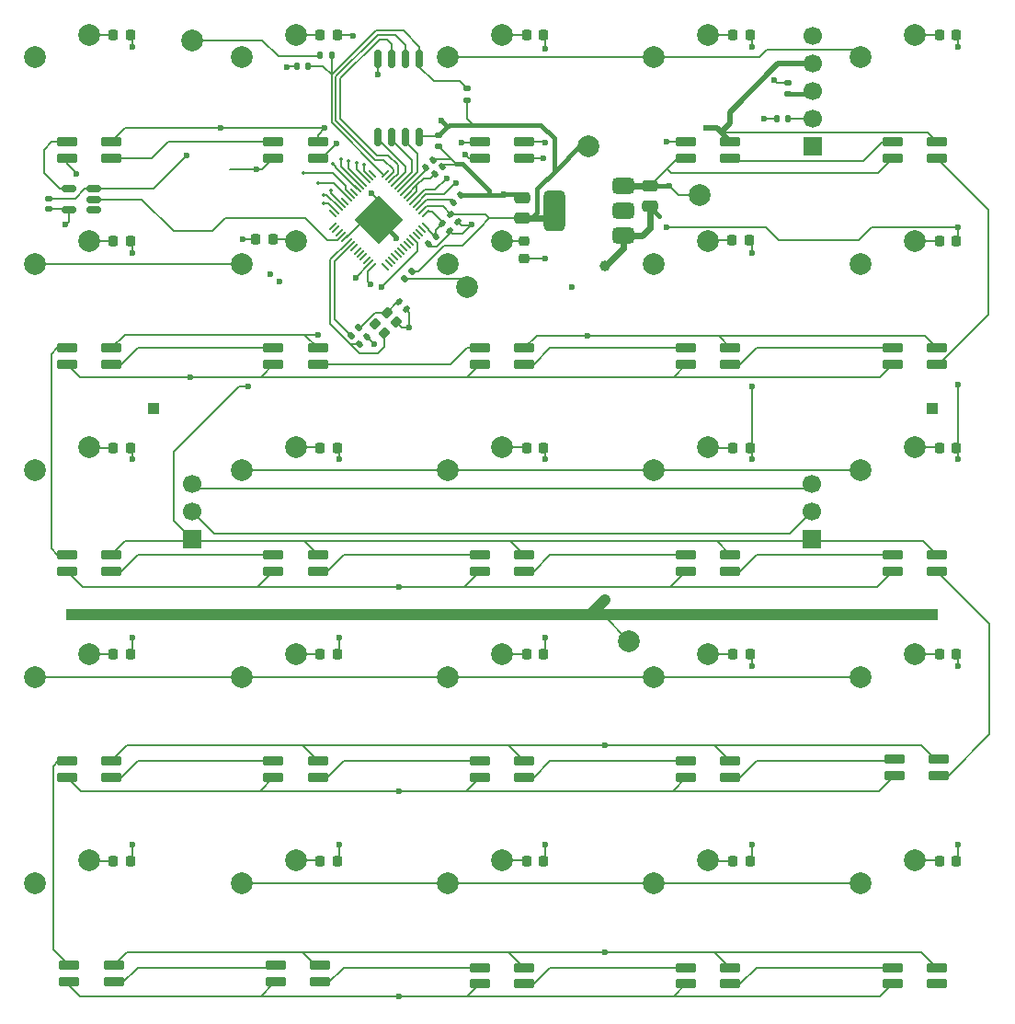
<source format=gbr>
%TF.GenerationSoftware,KiCad,Pcbnew,9.0.2*%
%TF.CreationDate,2026-01-27T21:16:03+01:00*%
%TF.ProjectId,Keymodule,4b65796d-6f64-4756-9c65-2e6b69636164,rev?*%
%TF.SameCoordinates,Original*%
%TF.FileFunction,Copper,L1,Top*%
%TF.FilePolarity,Positive*%
%FSLAX46Y46*%
G04 Gerber Fmt 4.6, Leading zero omitted, Abs format (unit mm)*
G04 Created by KiCad (PCBNEW 9.0.2) date 2026-01-27 21:16:03*
%MOMM*%
%LPD*%
G01*
G04 APERTURE LIST*
G04 Aperture macros list*
%AMRoundRect*
0 Rectangle with rounded corners*
0 $1 Rounding radius*
0 $2 $3 $4 $5 $6 $7 $8 $9 X,Y pos of 4 corners*
0 Add a 4 corners polygon primitive as box body*
4,1,4,$2,$3,$4,$5,$6,$7,$8,$9,$2,$3,0*
0 Add four circle primitives for the rounded corners*
1,1,$1+$1,$2,$3*
1,1,$1+$1,$4,$5*
1,1,$1+$1,$6,$7*
1,1,$1+$1,$8,$9*
0 Add four rect primitives between the rounded corners*
20,1,$1+$1,$2,$3,$4,$5,0*
20,1,$1+$1,$4,$5,$6,$7,0*
20,1,$1+$1,$6,$7,$8,$9,0*
20,1,$1+$1,$8,$9,$2,$3,0*%
%AMRotRect*
0 Rectangle, with rotation*
0 The origin of the aperture is its center*
0 $1 length*
0 $2 width*
0 $3 Rotation angle, in degrees counterclockwise*
0 Add horizontal line*
21,1,$1,$2,0,0,$3*%
G04 Aperture macros list end*
%TA.AperFunction,SMDPad,CuDef*%
%ADD10C,2.000000*%
%TD*%
%TA.AperFunction,SMDPad,CuDef*%
%ADD11RoundRect,0.135000X-0.185000X0.135000X-0.185000X-0.135000X0.185000X-0.135000X0.185000X0.135000X0*%
%TD*%
%TA.AperFunction,SMDPad,CuDef*%
%ADD12RoundRect,0.218750X-0.218750X-0.256250X0.218750X-0.256250X0.218750X0.256250X-0.218750X0.256250X0*%
%TD*%
%TA.AperFunction,SMDPad,CuDef*%
%ADD13RoundRect,0.123000X-0.777000X-0.287000X0.777000X-0.287000X0.777000X0.287000X-0.777000X0.287000X0*%
%TD*%
%TA.AperFunction,SMDPad,CuDef*%
%ADD14RoundRect,0.150000X0.512500X0.150000X-0.512500X0.150000X-0.512500X-0.150000X0.512500X-0.150000X0*%
%TD*%
%TA.AperFunction,SMDPad,CuDef*%
%ADD15RoundRect,0.140000X0.219203X0.021213X0.021213X0.219203X-0.219203X-0.021213X-0.021213X-0.219203X0*%
%TD*%
%TA.AperFunction,ComponentPad*%
%ADD16R,1.700000X1.700000*%
%TD*%
%TA.AperFunction,ComponentPad*%
%ADD17C,1.700000*%
%TD*%
%TA.AperFunction,ComponentPad*%
%ADD18R,1.000000X1.000000*%
%TD*%
%TA.AperFunction,SMDPad,CuDef*%
%ADD19RoundRect,0.050000X-0.309359X0.238649X0.238649X-0.309359X0.309359X-0.238649X-0.238649X0.309359X0*%
%TD*%
%TA.AperFunction,SMDPad,CuDef*%
%ADD20RoundRect,0.050000X-0.309359X-0.238649X-0.238649X-0.309359X0.309359X0.238649X0.238649X0.309359X0*%
%TD*%
%TA.AperFunction,HeatsinkPad*%
%ADD21RotRect,3.200000X3.200000X315.000000*%
%TD*%
%TA.AperFunction,SMDPad,CuDef*%
%ADD22RoundRect,0.140000X0.021213X-0.219203X0.219203X-0.021213X-0.021213X0.219203X-0.219203X0.021213X0*%
%TD*%
%TA.AperFunction,SMDPad,CuDef*%
%ADD23RoundRect,0.375000X0.625000X0.375000X-0.625000X0.375000X-0.625000X-0.375000X0.625000X-0.375000X0*%
%TD*%
%TA.AperFunction,SMDPad,CuDef*%
%ADD24RoundRect,0.500000X0.500000X1.400000X-0.500000X1.400000X-0.500000X-1.400000X0.500000X-1.400000X0*%
%TD*%
%TA.AperFunction,SMDPad,CuDef*%
%ADD25RoundRect,0.218750X-0.256250X0.218750X-0.256250X-0.218750X0.256250X-0.218750X0.256250X0.218750X0*%
%TD*%
%TA.AperFunction,SMDPad,CuDef*%
%ADD26RoundRect,0.140000X-0.021213X0.219203X-0.219203X0.021213X0.021213X-0.219203X0.219203X-0.021213X0*%
%TD*%
%TA.AperFunction,SMDPad,CuDef*%
%ADD27RoundRect,0.162500X-0.162500X0.650000X-0.162500X-0.650000X0.162500X-0.650000X0.162500X0.650000X0*%
%TD*%
%TA.AperFunction,SMDPad,CuDef*%
%ADD28RoundRect,0.135000X0.135000X0.185000X-0.135000X0.185000X-0.135000X-0.185000X0.135000X-0.185000X0*%
%TD*%
%TA.AperFunction,SMDPad,CuDef*%
%ADD29RoundRect,0.140000X0.170000X-0.140000X0.170000X0.140000X-0.170000X0.140000X-0.170000X-0.140000X0*%
%TD*%
%TA.AperFunction,SMDPad,CuDef*%
%ADD30RoundRect,0.140000X-0.219203X-0.021213X-0.021213X-0.219203X0.219203X0.021213X0.021213X0.219203X0*%
%TD*%
%TA.AperFunction,SMDPad,CuDef*%
%ADD31RoundRect,0.218750X0.218750X0.256250X-0.218750X0.256250X-0.218750X-0.256250X0.218750X-0.256250X0*%
%TD*%
%TA.AperFunction,SMDPad,CuDef*%
%ADD32RoundRect,0.135000X-0.135000X-0.185000X0.135000X-0.185000X0.135000X0.185000X-0.135000X0.185000X0*%
%TD*%
%TA.AperFunction,SMDPad,CuDef*%
%ADD33RoundRect,0.250000X0.475000X-0.250000X0.475000X0.250000X-0.475000X0.250000X-0.475000X-0.250000X0*%
%TD*%
%TA.AperFunction,SMDPad,CuDef*%
%ADD34RoundRect,0.135000X0.035355X-0.226274X0.226274X-0.035355X-0.035355X0.226274X-0.226274X0.035355X0*%
%TD*%
%TA.AperFunction,SMDPad,CuDef*%
%ADD35RoundRect,0.200000X-0.035355X-0.318198X0.318198X0.035355X0.035355X0.318198X-0.318198X-0.035355X0*%
%TD*%
%TA.AperFunction,SMDPad,CuDef*%
%ADD36RoundRect,0.250000X-0.475000X0.250000X-0.475000X-0.250000X0.475000X-0.250000X0.475000X0.250000X0*%
%TD*%
%TA.AperFunction,ComponentPad*%
%ADD37C,2.000000*%
%TD*%
%TA.AperFunction,ViaPad*%
%ADD38C,0.600000*%
%TD*%
%TA.AperFunction,ViaPad*%
%ADD39C,1.000000*%
%TD*%
%TA.AperFunction,ViaPad*%
%ADD40C,0.350000*%
%TD*%
%TA.AperFunction,Conductor*%
%ADD41C,0.200000*%
%TD*%
%TA.AperFunction,Conductor*%
%ADD42C,0.400000*%
%TD*%
%TA.AperFunction,Conductor*%
%ADD43C,0.600000*%
%TD*%
%TA.AperFunction,Conductor*%
%ADD44C,1.000000*%
%TD*%
%TA.AperFunction,Conductor*%
%ADD45C,0.500000*%
%TD*%
G04 APERTURE END LIST*
D10*
%TO.P,BOOT,1,1*%
%TO.N,Net-(R2-Pad1)*%
X71500000Y-56638892D03*
%TD*%
D11*
%TO.P,DN,2*%
%TO.N,+3.3V*%
X96800000Y-62100000D03*
%TO.P,DN,1*%
%TO.N,Net-(U1-QSPI_SS)*%
X96800000Y-61080000D03*
%TD*%
D12*
%TO.P,D16,1,K*%
%TO.N,Net-(D16-K)*%
X102262500Y-113120000D03*
%TO.P,D16,2,A*%
%TO.N,row2*%
X103837500Y-113120000D03*
%TD*%
D13*
%TO.P,L3,1,VDD*%
%TO.N,GND*%
X102040000Y-65950000D03*
%TO.P,L3,2,DOUT*%
%TO.N,Net-(L3-DOUT)*%
X102040000Y-67450000D03*
%TO.P,L3,3,VSS*%
%TO.N,+5V*%
X97960000Y-67450000D03*
%TO.P,L3,4,DIN*%
%TO.N,Net-(L2-DOUT)*%
X97960000Y-65950000D03*
%TD*%
D12*
%TO.P,D17,1,K*%
%TO.N,Net-(D17-K)*%
X102262500Y-132120000D03*
%TO.P,D17,2,A*%
%TO.N,row2*%
X103837500Y-132120000D03*
%TD*%
D14*
%TO.P,U2,1,NC*%
%TO.N,unconnected-(U2-NC-Pad1)*%
X62375000Y-72200000D03*
%TO.P,U2,2,A*%
%TO.N,/ledDataOut*%
X62375000Y-71250000D03*
%TO.P,U2,3,GND*%
%TO.N,GND*%
X62375000Y-70300000D03*
%TO.P,U2,4,Y*%
%TO.N,WS2812bData*%
X60100000Y-70300000D03*
%TO.P,U2,5,VCC*%
%TO.N,+5V*%
X60100000Y-72200000D03*
%TD*%
D15*
%TO.P,C13,1*%
%TO.N,GND*%
X91165757Y-81393827D03*
%TO.P,C13,2*%
%TO.N,Net-(Y1-OUT)*%
X90486935Y-80715005D03*
%TD*%
D12*
%TO.P,D21,1,K*%
%TO.N,Net-(D21-K)*%
X83262500Y-113120000D03*
%TO.P,D21,2,A*%
%TO.N,row3*%
X84837500Y-113120000D03*
%TD*%
D13*
%TO.P,L11,1,VDD*%
%TO.N,GND*%
X64040000Y-103950000D03*
%TO.P,L11,2,DOUT*%
%TO.N,Net-(L11-DOUT)*%
X64040000Y-105450000D03*
%TO.P,L11,3,VSS*%
%TO.N,+5V*%
X59960000Y-105450000D03*
%TO.P,L11,4,DIN*%
%TO.N,Net-(L11-DIN)*%
X59960000Y-103950000D03*
%TD*%
D16*
%TO.P,J3,1,Pin_1*%
%TO.N,potSig*%
X71500000Y-102560000D03*
D17*
%TO.P,J3,2,Pin_2*%
%TO.N,SDA*%
X71500000Y-100020000D03*
%TO.P,J3,3,Pin_3*%
%TO.N,SCL*%
X71500000Y-97480000D03*
%TD*%
D18*
%TO.P,GND,1,Pin_1*%
%TO.N,GND*%
X139600000Y-109500000D03*
%TD*%
D19*
%TO.P,U1,1,IOVDD*%
%TO.N,Net-(U1-ADC_AVDD)*%
X88087169Y-68885787D03*
%TO.P,U1,2,GPIO0*%
%TO.N,col0*%
X87804326Y-69168630D03*
%TO.P,U1,3,GPIO1*%
%TO.N,col1*%
X87521484Y-69451472D03*
%TO.P,U1,4,GPIO2*%
%TO.N,col2*%
X87238641Y-69734315D03*
%TO.P,U1,5,GPIO3*%
%TO.N,col3*%
X86955798Y-70017158D03*
%TO.P,U1,6,GPIO4*%
%TO.N,col4*%
X86672956Y-70300000D03*
%TO.P,U1,7,GPIO5*%
%TO.N,unconnected-(U1-GPIO5-Pad7)*%
X86390113Y-70582843D03*
%TO.P,U1,8,GPIO6*%
%TO.N,row4*%
X86107270Y-70865686D03*
%TO.P,U1,9,GPIO7*%
%TO.N,row3*%
X85824427Y-71148529D03*
%TO.P,U1,10,IOVDD*%
%TO.N,Net-(U1-ADC_AVDD)*%
X85541585Y-71431371D03*
%TO.P,U1,11,GPIO8*%
%TO.N,row2*%
X85258742Y-71714214D03*
%TO.P,U1,12,GPIO9*%
%TO.N,row1*%
X84975899Y-71997057D03*
%TO.P,U1,13,GPIO10*%
%TO.N,row0*%
X84693057Y-72279899D03*
%TO.P,U1,14,GPIO11*%
%TO.N,unconnected-(U1-GPIO11-Pad14)*%
X84410214Y-72562742D03*
D20*
%TO.P,U1,15,GPIO12*%
%TO.N,unconnected-(U1-GPIO12-Pad15)*%
X84410214Y-73747146D03*
%TO.P,U1,16,GPIO13*%
%TO.N,unconnected-(U1-GPIO13-Pad16)*%
X84693057Y-74029989D03*
%TO.P,U1,17,GPIO14*%
%TO.N,unconnected-(U1-GPIO14-Pad17)*%
X84975899Y-74312831D03*
%TO.P,U1,18,GPIO15*%
%TO.N,/ledDataOut*%
X85258742Y-74595674D03*
%TO.P,U1,19,TESTEN*%
%TO.N,GND*%
X85541585Y-74878517D03*
%TO.P,U1,20,XIN*%
%TO.N,Xin*%
X85824427Y-75161359D03*
%TO.P,U1,21,XOUT*%
%TO.N,Xout*%
X86107270Y-75444202D03*
%TO.P,U1,22,IOVDD*%
%TO.N,Net-(U1-ADC_AVDD)*%
X86390113Y-75727045D03*
%TO.P,U1,23,DVDD*%
%TO.N,+1V1*%
X86672956Y-76009888D03*
%TO.P,U1,24,SWCLK*%
%TO.N,unconnected-(U1-SWCLK-Pad24)*%
X86955798Y-76292730D03*
%TO.P,U1,25,SWD*%
%TO.N,unconnected-(U1-SWD-Pad25)*%
X87238641Y-76575573D03*
%TO.P,U1,26,RUN*%
%TO.N,/run*%
X87521484Y-76858416D03*
%TO.P,U1,27,GPIO16*%
%TO.N,SDA*%
X87804326Y-77141258D03*
%TO.P,U1,28,GPIO17*%
%TO.N,SCL*%
X88087169Y-77424101D03*
D19*
%TO.P,U1,29,GPIO18*%
%TO.N,unconnected-(U1-GPIO18-Pad29)*%
X89271573Y-77424101D03*
%TO.P,U1,30,GPIO19*%
%TO.N,unconnected-(U1-GPIO19-Pad30)*%
X89554416Y-77141258D03*
%TO.P,U1,31,GPIO20*%
%TO.N,unconnected-(U1-GPIO20-Pad31)*%
X89837258Y-76858416D03*
%TO.P,U1,32,GPIO21*%
%TO.N,unconnected-(U1-GPIO21-Pad32)*%
X90120101Y-76575573D03*
%TO.P,U1,33,IOVDD*%
%TO.N,Net-(U1-ADC_AVDD)*%
X90402944Y-76292730D03*
%TO.P,U1,34,GPIO22*%
%TO.N,unconnected-(U1-GPIO22-Pad34)*%
X90685786Y-76009888D03*
%TO.P,U1,35,GPIO23*%
%TO.N,unconnected-(U1-GPIO23-Pad35)*%
X90968629Y-75727045D03*
%TO.P,U1,36,GPIO24*%
%TO.N,unconnected-(U1-GPIO24-Pad36)*%
X91251472Y-75444202D03*
%TO.P,U1,37,GPIO25*%
%TO.N,potSig*%
X91534315Y-75161359D03*
%TO.P,U1,38,GPIO26_ADC0*%
X91817157Y-74878517D03*
%TO.P,U1,39,GPIO27_ADC1*%
%TO.N,unconnected-(U1-GPIO27_ADC1-Pad39)*%
X92100000Y-74595674D03*
%TO.P,U1,40,GPIO28_ADC2*%
%TO.N,unconnected-(U1-GPIO28_ADC2-Pad40)*%
X92382843Y-74312831D03*
%TO.P,U1,41,GPIO29_ADC3*%
%TO.N,unconnected-(U1-GPIO29_ADC3-Pad41)*%
X92665685Y-74029989D03*
%TO.P,U1,42,IOVDD*%
%TO.N,Net-(U1-ADC_AVDD)*%
X92948528Y-73747146D03*
D20*
%TO.P,U1,43,ADC_AVDD*%
X92948528Y-72562742D03*
%TO.P,U1,44,VREG_IN*%
%TO.N,+3.3V*%
X92665685Y-72279899D03*
%TO.P,U1,45,VREG_VOUT*%
%TO.N,+1V1*%
X92382843Y-71997057D03*
%TO.P,U1,46,USB_DM*%
%TO.N,USB_D-*%
X92100000Y-71714214D03*
%TO.P,U1,47,USB_DP*%
%TO.N,USB_D+*%
X91817157Y-71431371D03*
%TO.P,U1,48,USB_VDD*%
%TO.N,Net-(U1-ADC_AVDD)*%
X91534315Y-71148529D03*
%TO.P,U1,49,IOVDD*%
X91251472Y-70865686D03*
%TO.P,U1,50,DVDD*%
%TO.N,+1V1*%
X90968629Y-70582843D03*
%TO.P,U1,51,QSPI_SD3*%
%TO.N,Net-(U1-QSPI_SD3)*%
X90685786Y-70300000D03*
%TO.P,U1,52,QSPI_SCLK*%
%TO.N,Net-(U1-QSPI_SCLK)*%
X90402944Y-70017158D03*
%TO.P,U1,53,QSPI_SD0*%
%TO.N,Net-(U1-QSPI_SD0)*%
X90120101Y-69734315D03*
%TO.P,U1,54,QSPI_SD2*%
%TO.N,Net-(U1-QSPI_SD2)*%
X89837258Y-69451472D03*
%TO.P,U1,55,QSPI_SD1*%
%TO.N,Net-(U1-QSPI_SD1)*%
X89554416Y-69168630D03*
%TO.P,U1,56,QSPI_SS*%
%TO.N,Net-(U1-QSPI_SS)*%
X89271573Y-68885787D03*
D21*
%TO.P,U1,57,GND*%
%TO.N,GND*%
X88679371Y-73154944D03*
%TD*%
D12*
%TO.P,D26,1,K*%
%TO.N,Net-(D26-K)*%
X64212500Y-113120000D03*
%TO.P,D26,2,A*%
%TO.N,row4*%
X65787500Y-113120000D03*
%TD*%
D22*
%TO.P,C11,1*%
%TO.N,+1V1*%
X93000549Y-68302396D03*
%TO.P,C11,2*%
%TO.N,GND*%
X93679371Y-67623574D03*
%TD*%
D13*
%TO.P,L19,1,VDD*%
%TO.N,GND*%
X121040000Y-122950000D03*
%TO.P,L19,2,DOUT*%
%TO.N,Net-(L19-DOUT)*%
X121040000Y-124450000D03*
%TO.P,L19,3,VSS*%
%TO.N,+5V*%
X116960000Y-124450000D03*
%TO.P,L19,4,DIN*%
%TO.N,Net-(L18-DOUT)*%
X116960000Y-122950000D03*
%TD*%
D12*
%TO.P,D13,1,K*%
%TO.N,Net-(D13-K)*%
X102262500Y-56120000D03*
%TO.P,D13,2,A*%
%TO.N,row2*%
X103837500Y-56120000D03*
%TD*%
%TO.P,D5,1,K*%
%TO.N,Net-(D5-K)*%
X140262500Y-94120000D03*
%TO.P,D5,2,A*%
%TO.N,row0*%
X141837500Y-94120000D03*
%TD*%
%TO.P,D7,1,K*%
%TO.N,Net-(D7-K)*%
X140262500Y-132120000D03*
%TO.P,D7,2,A*%
%TO.N,row0*%
X141837500Y-132120000D03*
%TD*%
D23*
%TO.P,U3,1,GND*%
%TO.N,GND*%
X111150000Y-74600000D03*
%TO.P,U3,2,VO*%
%TO.N,+3.3V*%
X111150000Y-72300000D03*
D24*
X104850000Y-72300000D03*
D23*
%TO.P,U3,3,VI*%
%TO.N,+5V*%
X111150000Y-70000000D03*
%TD*%
D13*
%TO.P,L7,1,VDD*%
%TO.N,GND*%
X83040000Y-84950000D03*
%TO.P,L7,2,DOUT*%
%TO.N,Net-(L7-DOUT)*%
X83040000Y-86450000D03*
%TO.P,L7,3,VSS*%
%TO.N,+5V*%
X78960000Y-86450000D03*
%TO.P,L7,4,DIN*%
%TO.N,Net-(L6-DOUT)*%
X78960000Y-84950000D03*
%TD*%
%TO.P,L24,1,VDD*%
%TO.N,GND*%
X121040000Y-141950000D03*
%TO.P,L24,2,DOUT*%
%TO.N,Net-(L24-DOUT)*%
X121040000Y-143450000D03*
%TO.P,L24,3,VSS*%
%TO.N,+5V*%
X116960000Y-143450000D03*
%TO.P,L24,4,DIN*%
%TO.N,Net-(L23-DOUT)*%
X116960000Y-141950000D03*
%TD*%
D12*
%TO.P,D20,1,K*%
%TO.N,Net-(D20-K)*%
X83262500Y-94120000D03*
%TO.P,D20,2,A*%
%TO.N,row3*%
X84837500Y-94120000D03*
%TD*%
D13*
%TO.P,L14,1,VDD*%
%TO.N,GND*%
X121040000Y-103950000D03*
%TO.P,L14,2,DOUT*%
%TO.N,Net-(L14-DOUT)*%
X121040000Y-105450000D03*
%TO.P,L14,3,VSS*%
%TO.N,+5V*%
X116960000Y-105450000D03*
%TO.P,L14,4,DIN*%
%TO.N,Net-(L13-DOUT)*%
X116960000Y-103950000D03*
%TD*%
%TO.P,L20,1,VDD*%
%TO.N,GND*%
X140240000Y-122750000D03*
%TO.P,L20,2,DOUT*%
%TO.N,Net-(L15-DOUT)*%
X140240000Y-124250000D03*
%TO.P,L20,3,VSS*%
%TO.N,+5V*%
X136160000Y-124250000D03*
%TO.P,L20,4,DIN*%
%TO.N,Net-(L19-DOUT)*%
X136160000Y-122750000D03*
%TD*%
D25*
%TO.P,D14,1,K*%
%TO.N,Net-(D14-K)*%
X102000000Y-75125000D03*
%TO.P,D14,2,A*%
%TO.N,row2*%
X102000000Y-76700000D03*
%TD*%
D12*
%TO.P,D3,1,K*%
%TO.N,Net-(D3-K)*%
X140262500Y-56120000D03*
%TO.P,D3,2,A*%
%TO.N,row0*%
X141837500Y-56120000D03*
%TD*%
D13*
%TO.P,L13,1,VDD*%
%TO.N,GND*%
X102040000Y-103950000D03*
%TO.P,L13,2,DOUT*%
%TO.N,Net-(L13-DOUT)*%
X102040000Y-105450000D03*
%TO.P,L13,3,VSS*%
%TO.N,+5V*%
X97960000Y-105450000D03*
%TO.P,L13,4,DIN*%
%TO.N,Net-(L12-DOUT)*%
X97960000Y-103950000D03*
%TD*%
%TO.P,L15,1,VDD*%
%TO.N,GND*%
X140040000Y-103950000D03*
%TO.P,L15,2,DOUT*%
%TO.N,Net-(L15-DOUT)*%
X140040000Y-105450000D03*
%TO.P,L15,3,VSS*%
%TO.N,+5V*%
X135960000Y-105450000D03*
%TO.P,L15,4,DIN*%
%TO.N,Net-(L14-DOUT)*%
X135960000Y-103950000D03*
%TD*%
%TO.P,L4,1,VDD*%
%TO.N,GND*%
X121040000Y-65950000D03*
%TO.P,L4,2,DOUT*%
%TO.N,Net-(L4-DOUT)*%
X121040000Y-67450000D03*
%TO.P,L4,3,VSS*%
%TO.N,+5V*%
X116960000Y-67450000D03*
%TO.P,L4,4,DIN*%
%TO.N,Net-(L3-DOUT)*%
X116960000Y-65950000D03*
%TD*%
D26*
%TO.P,C12,1*%
%TO.N,GND*%
X96179371Y-70823574D03*
%TO.P,C12,2*%
%TO.N,+1V1*%
X95500549Y-71502396D03*
%TD*%
D13*
%TO.P,L18,1,VDD*%
%TO.N,GND*%
X102040000Y-122950000D03*
%TO.P,L18,2,DOUT*%
%TO.N,Net-(L18-DOUT)*%
X102040000Y-124450000D03*
%TO.P,L18,3,VSS*%
%TO.N,+5V*%
X97960000Y-124450000D03*
%TO.P,L18,4,DIN*%
%TO.N,Net-(L17-DOUT)*%
X97960000Y-122950000D03*
%TD*%
D12*
%TO.P,D15,1,K*%
%TO.N,Net-(D15-K)*%
X102262500Y-94120000D03*
%TO.P,D15,2,A*%
%TO.N,row2*%
X103837500Y-94120000D03*
%TD*%
D18*
%TO.P,5V,1,Pin_1*%
%TO.N,+5V*%
X139600000Y-90500000D03*
%TD*%
D13*
%TO.P,L8,1,VDD*%
%TO.N,GND*%
X102040000Y-84950000D03*
%TO.P,L8,2,DOUT*%
%TO.N,Net-(L8-DOUT)*%
X102040000Y-86450000D03*
%TO.P,L8,3,VSS*%
%TO.N,+5V*%
X97960000Y-86450000D03*
%TO.P,L8,4,DIN*%
%TO.N,Net-(L7-DOUT)*%
X97960000Y-84950000D03*
%TD*%
D18*
%TO.P,5V,1,Pin_1*%
%TO.N,+5V*%
X67900000Y-90500000D03*
%TD*%
D13*
%TO.P,L17,1,VDD*%
%TO.N,GND*%
X83040000Y-122950000D03*
%TO.P,L17,2,DOUT*%
%TO.N,Net-(L17-DOUT)*%
X83040000Y-124450000D03*
%TO.P,L17,3,VSS*%
%TO.N,+5V*%
X78960000Y-124450000D03*
%TO.P,L17,4,DIN*%
%TO.N,Net-(L16-DOUT)*%
X78960000Y-122950000D03*
%TD*%
D16*
%TO.P,REF\u002A\u002A,1*%
%TO.N,+5V*%
X128600000Y-66400000D03*
D17*
%TO.P,REF\u002A\u002A,2*%
%TO.N,Net-(J11-Pin_4)*%
X128600000Y-63860000D03*
%TO.P,REF\u002A\u002A,3*%
%TO.N,Net-(J11-Pin_3)*%
X128600000Y-61320000D03*
%TO.P,REF\u002A\u002A,4*%
%TO.N,GND*%
X128600000Y-58780000D03*
%TO.P,REF\u002A\u002A,5*%
%TO.N,N/C*%
X128600000Y-56240000D03*
%TD*%
D27*
%TO.P,U4,1,~{CS}*%
%TO.N,Net-(U1-QSPI_SS)*%
X92410304Y-58338224D03*
%TO.P,U4,2,DO/IO_{1}*%
%TO.N,Net-(U1-QSPI_SD1)*%
X91140304Y-58338224D03*
%TO.P,U4,3,~{WP}/IO_{2}*%
%TO.N,Net-(U1-QSPI_SD2)*%
X89870304Y-58338224D03*
%TO.P,U4,4,GND*%
%TO.N,GND*%
X88600304Y-58338224D03*
%TO.P,U4,5,DI/IO_{0}*%
%TO.N,Net-(U1-QSPI_SD0)*%
X88600304Y-65513224D03*
%TO.P,U4,6,CLK*%
%TO.N,Net-(U1-QSPI_SCLK)*%
X89870304Y-65513224D03*
%TO.P,U4,7,~{HOLD}/~{RESET}/IO_{3}*%
%TO.N,Net-(U1-QSPI_SD3)*%
X91140304Y-65513224D03*
%TO.P,U4,8,VCC*%
%TO.N,+3.3V*%
X92410304Y-65513224D03*
%TD*%
D28*
%TO.P,DN,1*%
%TO.N,Net-(U1-QSPI_SS)*%
X82100000Y-59000000D03*
%TO.P,DN,2*%
%TO.N,+3.3V*%
X81080000Y-59000000D03*
%TD*%
D13*
%TO.P,L22,1,VDD*%
%TO.N,GND*%
X83240000Y-141750000D03*
%TO.P,L22,2,DOUT*%
%TO.N,Net-(L22-DOUT)*%
X83240000Y-143250000D03*
%TO.P,L22,3,VSS*%
%TO.N,+5V*%
X79160000Y-143250000D03*
%TO.P,L22,4,DIN*%
%TO.N,Net-(L21-DOUT)*%
X79160000Y-141750000D03*
%TD*%
D12*
%TO.P,D22,1,K*%
%TO.N,Net-(D22-K)*%
X83262500Y-132120000D03*
%TO.P,D22,2,A*%
%TO.N,row3*%
X84837500Y-132120000D03*
%TD*%
D26*
%TO.P,C8,1*%
%TO.N,Net-(U1-ADC_AVDD)*%
X93900000Y-74700000D03*
%TO.P,C8,2*%
%TO.N,GND*%
X93221178Y-75378822D03*
%TD*%
D12*
%TO.P,D10,1,K*%
%TO.N,Net-(D10-K)*%
X121262500Y-94120000D03*
%TO.P,D10,2,A*%
%TO.N,row1*%
X122837500Y-94120000D03*
%TD*%
D11*
%TO.P,R6,1*%
%TO.N,USB_D+*%
X126300000Y-60500000D03*
%TO.P,R6,2*%
%TO.N,Net-(J11-Pin_3)*%
X126300000Y-61519998D03*
%TD*%
D10*
%TO.P,GND,1*%
%TO.N,GND*%
X111700000Y-111900000D03*
%TD*%
D12*
%TO.P,D25,1,K*%
%TO.N,Net-(D25-K)*%
X64212500Y-94120000D03*
%TO.P,D25,2,A*%
%TO.N,row4*%
X65787500Y-94120000D03*
%TD*%
D29*
%TO.P,C15,1*%
%TO.N,+5V*%
X58300000Y-72160000D03*
%TO.P,C15,2*%
%TO.N,GND*%
X58300000Y-71200000D03*
%TD*%
D12*
%TO.P,D23,1,K*%
%TO.N,Net-(D23-K)*%
X64212500Y-56120000D03*
%TO.P,D23,2,A*%
%TO.N,row4*%
X65787500Y-56120000D03*
%TD*%
D13*
%TO.P,L10,1,VDD*%
%TO.N,GND*%
X140040000Y-84950000D03*
%TO.P,L10,2,DOUT*%
%TO.N,Net-(L10-DOUT)*%
X140040000Y-86450000D03*
%TO.P,L10,3,VSS*%
%TO.N,+5V*%
X135960000Y-86450000D03*
%TO.P,L10,4,DIN*%
%TO.N,Net-(L10-DIN)*%
X135960000Y-84950000D03*
%TD*%
%TO.P,L21,1,VDD*%
%TO.N,GND*%
X64240000Y-141750000D03*
%TO.P,L21,2,DOUT*%
%TO.N,Net-(L21-DOUT)*%
X64240000Y-143250000D03*
%TO.P,L21,3,VSS*%
%TO.N,+5V*%
X60160000Y-143250000D03*
%TO.P,L21,4,DIN*%
%TO.N,Net-(L16-DIN)*%
X60160000Y-141750000D03*
%TD*%
D12*
%TO.P,D50,1,K*%
%TO.N,Net-(D50-K)*%
X64212500Y-132120000D03*
%TO.P,D50,2,A*%
%TO.N,row4*%
X65787500Y-132120000D03*
%TD*%
%TO.P,D18,1,K*%
%TO.N,Net-(D18-K)*%
X83262500Y-56120000D03*
%TO.P,D18,2,A*%
%TO.N,row3*%
X84837500Y-56120000D03*
%TD*%
D30*
%TO.P,C4,1*%
%TO.N,Net-(U1-ADC_AVDD)*%
X94500549Y-73444752D03*
%TO.P,C4,2*%
%TO.N,GND*%
X95179371Y-74123574D03*
%TD*%
D12*
%TO.P,D11,1,K*%
%TO.N,Net-(D11-K)*%
X121262500Y-113120000D03*
%TO.P,D11,2,A*%
%TO.N,row1*%
X122837500Y-113120000D03*
%TD*%
%TO.P,D4,1,K*%
%TO.N,Net-(D4-K)*%
X140262500Y-75120000D03*
%TO.P,D4,2,A*%
%TO.N,row0*%
X141837500Y-75120000D03*
%TD*%
D13*
%TO.P,L23,1,VDD*%
%TO.N,GND*%
X102040000Y-141950000D03*
%TO.P,L23,2,DOUT*%
%TO.N,Net-(L23-DOUT)*%
X102040000Y-143450000D03*
%TO.P,L23,3,VSS*%
%TO.N,+5V*%
X97960000Y-143450000D03*
%TO.P,L23,4,DIN*%
%TO.N,Net-(L22-DOUT)*%
X97960000Y-141950000D03*
%TD*%
D30*
%TO.P,C9,1*%
%TO.N,+3.3V*%
X95300549Y-72644751D03*
%TO.P,C9,2*%
%TO.N,GND*%
X95979371Y-73323573D03*
%TD*%
D31*
%TO.P,D19,1,K*%
%TO.N,Net-(D19-K)*%
X78900000Y-74900000D03*
%TO.P,D19,2,A*%
%TO.N,row3*%
X77325000Y-74900000D03*
%TD*%
D22*
%TO.P,C5,1*%
%TO.N,Net-(U1-ADC_AVDD)*%
X93800549Y-68902396D03*
%TO.P,C5,2*%
%TO.N,GND*%
X94479371Y-68223574D03*
%TD*%
D32*
%TO.P,R2,1*%
%TO.N,Net-(R2-Pad1)*%
X83280000Y-58000000D03*
%TO.P,R2,2*%
%TO.N,Net-(U1-QSPI_SS)*%
X84300000Y-58000000D03*
%TD*%
D13*
%TO.P,L9,1,VDD*%
%TO.N,GND*%
X121040000Y-84950000D03*
%TO.P,L9,2,DOUT*%
%TO.N,Net-(L10-DIN)*%
X121040000Y-86450000D03*
%TO.P,L9,3,VSS*%
%TO.N,+5V*%
X116960000Y-86450000D03*
%TO.P,L9,4,DIN*%
%TO.N,Net-(L8-DOUT)*%
X116960000Y-84950000D03*
%TD*%
D10*
%TO.P,5V,1*%
%TO.N,+5V*%
X118200000Y-70900000D03*
%TD*%
D33*
%TO.P,C1,1*%
%TO.N,GND*%
X113600000Y-71900000D03*
%TO.P,C1,2*%
%TO.N,+5V*%
X113600000Y-70000000D03*
%TD*%
D34*
%TO.P,R4,1*%
%TO.N,/run*%
X91000000Y-78600000D03*
%TO.P,R4,2*%
%TO.N,+3.3V*%
X91721248Y-77878752D03*
%TD*%
D35*
%TO.P,Y1,1,~{ST}*%
%TO.N,Xin*%
X89200000Y-83600000D03*
%TO.P,Y1,2,GND*%
%TO.N,GND*%
X90260660Y-82539340D03*
%TO.P,Y1,3,OUT*%
%TO.N,Net-(Y1-OUT)*%
X89412132Y-81690812D03*
%TO.P,Y1,4,Vdd*%
%TO.N,unconnected-(Y1-Vdd-Pad4)*%
X88351472Y-82751472D03*
%TD*%
D26*
%TO.P,C14,1*%
%TO.N,GND*%
X87545370Y-83911128D03*
%TO.P,C14,2*%
%TO.N,Xin*%
X86866548Y-84589950D03*
%TD*%
D12*
%TO.P,D6,1,K*%
%TO.N,Net-(D6-K)*%
X140262500Y-113120000D03*
%TO.P,D6,2,A*%
%TO.N,row0*%
X141837500Y-113120000D03*
%TD*%
D13*
%TO.P,L6,1,VDD*%
%TO.N,GND*%
X64040000Y-84950000D03*
%TO.P,L6,2,DOUT*%
%TO.N,Net-(L6-DOUT)*%
X64040000Y-86450000D03*
%TO.P,L6,3,VSS*%
%TO.N,+5V*%
X59960000Y-86450000D03*
%TO.P,L6,4,DIN*%
%TO.N,Net-(L11-DIN)*%
X59960000Y-84950000D03*
%TD*%
D34*
%TO.P,R5,1*%
%TO.N,Xout*%
X86088731Y-83812132D03*
%TO.P,R5,2*%
%TO.N,Net-(Y1-OUT)*%
X86809979Y-83090884D03*
%TD*%
D10*
%TO.P,3.3V,1*%
%TO.N,+3.3V*%
X108000000Y-66400000D03*
%TD*%
D13*
%TO.P,L5,1,VDD*%
%TO.N,GND*%
X140040000Y-65950000D03*
%TO.P,L5,2,DOUT*%
%TO.N,Net-(L10-DOUT)*%
X140040000Y-67450000D03*
%TO.P,L5,3,VSS*%
%TO.N,+5V*%
X135960000Y-67450000D03*
%TO.P,L5,4,DIN*%
%TO.N,Net-(L4-DOUT)*%
X135960000Y-65950000D03*
%TD*%
D29*
%TO.P,C10,1*%
%TO.N,GND*%
X94150000Y-66350000D03*
%TO.P,C10,2*%
%TO.N,+3.3V*%
X94150000Y-65390000D03*
%TD*%
D36*
%TO.P,C2,1*%
%TO.N,GND*%
X101900000Y-71100000D03*
%TO.P,C2,2*%
%TO.N,+3.3V*%
X101900000Y-73000000D03*
%TD*%
D13*
%TO.P,L2,1,VDD*%
%TO.N,GND*%
X83040000Y-65950000D03*
%TO.P,L2,2,DOUT*%
%TO.N,Net-(L2-DOUT)*%
X83040000Y-67450000D03*
%TO.P,L2,3,VSS*%
%TO.N,+5V*%
X78960000Y-67450000D03*
%TO.P,L2,4,DIN*%
%TO.N,Net-(L1-DOUT)*%
X78960000Y-65950000D03*
%TD*%
D12*
%TO.P,D12,1,K*%
%TO.N,Net-(D12-K)*%
X121262500Y-132120000D03*
%TO.P,D12,2,A*%
%TO.N,row1*%
X122837500Y-132120000D03*
%TD*%
%TO.P,D9,1,K*%
%TO.N,Net-(D9-K)*%
X121200000Y-75000000D03*
%TO.P,D9,2,A*%
%TO.N,row1*%
X122775000Y-75000000D03*
%TD*%
%TO.P,D8,1,K*%
%TO.N,Net-(D8-K)*%
X121262500Y-56120000D03*
%TO.P,D8,2,A*%
%TO.N,row1*%
X122837500Y-56120000D03*
%TD*%
D32*
%TO.P,R7,1*%
%TO.N,USB_D-*%
X125280002Y-63800000D03*
%TO.P,R7,2*%
%TO.N,Net-(J11-Pin_4)*%
X126300000Y-63800000D03*
%TD*%
D13*
%TO.P,L12,1,VDD*%
%TO.N,GND*%
X83040000Y-103950000D03*
%TO.P,L12,2,DOUT*%
%TO.N,Net-(L12-DOUT)*%
X83040000Y-105450000D03*
%TO.P,L12,3,VSS*%
%TO.N,+5V*%
X78960000Y-105450000D03*
%TO.P,L12,4,DIN*%
%TO.N,Net-(L11-DOUT)*%
X78960000Y-103950000D03*
%TD*%
D12*
%TO.P,D24,1,K*%
%TO.N,Net-(D24-K)*%
X64212500Y-75120000D03*
%TO.P,D24,2,A*%
%TO.N,row4*%
X65787500Y-75120000D03*
%TD*%
D13*
%TO.P,L1,1,VDD*%
%TO.N,GND*%
X64040000Y-65950000D03*
%TO.P,L1,2,DOUT*%
%TO.N,Net-(L1-DOUT)*%
X64040000Y-67450000D03*
%TO.P,L1,3,VSS*%
%TO.N,+5V*%
X59960000Y-67450000D03*
%TO.P,L1,4,DIN*%
%TO.N,WS2812bData*%
X59960000Y-65950000D03*
%TD*%
%TO.P,L16,1,VDD*%
%TO.N,GND*%
X64040000Y-122950000D03*
%TO.P,L16,2,DOUT*%
%TO.N,Net-(L16-DOUT)*%
X64040000Y-124450000D03*
%TO.P,L16,3,VSS*%
%TO.N,+5V*%
X59960000Y-124450000D03*
%TO.P,L16,4,DIN*%
%TO.N,Net-(L16-DIN)*%
X59960000Y-122950000D03*
%TD*%
D10*
%TO.P,RUN,1,1*%
%TO.N,/run*%
X96800000Y-79300000D03*
%TD*%
D13*
%TO.P,L25,1,VDD*%
%TO.N,GND*%
X140040000Y-141950000D03*
%TO.P,L25,2,DOUT*%
%TO.N,unconnected-(L25-DOUT-Pad2)*%
X140040000Y-143450000D03*
%TO.P,L25,3,VSS*%
%TO.N,+5V*%
X135960000Y-143450000D03*
%TO.P,L25,4,DIN*%
%TO.N,Net-(L24-DOUT)*%
X135960000Y-141950000D03*
%TD*%
D18*
%TO.P,GND,1,Pin_1*%
%TO.N,GND*%
X60400000Y-109500000D03*
%TD*%
D37*
%TO.P,M_SW18,1*%
%TO.N,Net-(D20-K)*%
X81000000Y-94100000D03*
%TO.P,M_SW18,2*%
%TO.N,col2*%
X76000000Y-96200000D03*
%TD*%
%TO.P,M_SW2,1*%
%TO.N,Net-(D4-K)*%
X138000000Y-75100000D03*
%TO.P,M_SW2,2*%
%TO.N,col1*%
X133000000Y-77200000D03*
%TD*%
%TO.P,M_SW21,1*%
%TO.N,Net-(D23-K)*%
X62000000Y-56100000D03*
%TO.P,M_SW21,2*%
%TO.N,col0*%
X57000000Y-58200000D03*
%TD*%
%TO.P,M_SW20,1*%
%TO.N,Net-(D22-K)*%
X81000000Y-132100000D03*
%TO.P,M_SW20,2*%
%TO.N,col4*%
X76000000Y-134200000D03*
%TD*%
%TO.P,M_SW9,1*%
%TO.N,Net-(D11-K)*%
X119000000Y-113100000D03*
%TO.P,M_SW9,2*%
%TO.N,col3*%
X114000000Y-115200000D03*
%TD*%
%TO.P,M_SW6,1*%
%TO.N,Net-(D8-K)*%
X119000000Y-56100000D03*
%TO.P,M_SW6,2*%
%TO.N,col0*%
X114000000Y-58200000D03*
%TD*%
%TO.P,M_SW5,1*%
%TO.N,Net-(D7-K)*%
X138000000Y-132100000D03*
%TO.P,M_SW5,2*%
%TO.N,col4*%
X133000000Y-134200000D03*
%TD*%
%TO.P,M_SW19,1*%
%TO.N,Net-(D21-K)*%
X81000000Y-113100000D03*
%TO.P,M_SW19,2*%
%TO.N,col3*%
X76000000Y-115200000D03*
%TD*%
%TO.P,M_SW8,1*%
%TO.N,Net-(D10-K)*%
X119000000Y-94100000D03*
%TO.P,M_SW8,2*%
%TO.N,col2*%
X114000000Y-96200000D03*
%TD*%
%TO.P,M_SW12,1*%
%TO.N,Net-(D14-K)*%
X100000000Y-75100000D03*
%TO.P,M_SW12,2*%
%TO.N,col1*%
X95000000Y-77200000D03*
%TD*%
%TO.P,M_SW23,1*%
%TO.N,Net-(D25-K)*%
X62000000Y-94100000D03*
%TO.P,M_SW23,2*%
%TO.N,col2*%
X57000000Y-96200000D03*
%TD*%
%TO.P,M_SW11,1*%
%TO.N,Net-(D13-K)*%
X100000000Y-56100000D03*
%TO.P,M_SW11,2*%
%TO.N,col0*%
X95000000Y-58200000D03*
%TD*%
%TO.P,M_SW16,1*%
%TO.N,Net-(D18-K)*%
X81000000Y-56100000D03*
%TO.P,M_SW16,2*%
%TO.N,col0*%
X76000000Y-58200000D03*
%TD*%
%TO.P,M_SW7,1*%
%TO.N,Net-(D9-K)*%
X119000000Y-75100000D03*
%TO.P,M_SW7,2*%
%TO.N,col1*%
X114000000Y-77200000D03*
%TD*%
%TO.P,M_SW3,1*%
%TO.N,Net-(D5-K)*%
X138000000Y-94100000D03*
%TO.P,M_SW3,2*%
%TO.N,col2*%
X133000000Y-96200000D03*
%TD*%
%TO.P,M_SW24,1*%
%TO.N,Net-(D26-K)*%
X62000000Y-113100000D03*
%TO.P,M_SW24,2*%
%TO.N,col3*%
X57000000Y-115200000D03*
%TD*%
%TO.P,M_SW14,1*%
%TO.N,Net-(D16-K)*%
X100000000Y-113100000D03*
%TO.P,M_SW14,2*%
%TO.N,col3*%
X95000000Y-115200000D03*
%TD*%
D16*
%TO.P,J6,1,Pin_1*%
%TO.N,potSig*%
X128500000Y-102560000D03*
D17*
%TO.P,J6,2,Pin_2*%
%TO.N,SDA*%
X128500000Y-100020000D03*
%TO.P,J6,3,Pin_3*%
%TO.N,SCL*%
X128500000Y-97480000D03*
%TD*%
D37*
%TO.P,M_SW25,1*%
%TO.N,Net-(D50-K)*%
X62000000Y-132100000D03*
%TO.P,M_SW25,2*%
%TO.N,col4*%
X57000000Y-134200000D03*
%TD*%
%TO.P,M_SW15,1*%
%TO.N,Net-(D17-K)*%
X100000000Y-132100000D03*
%TO.P,M_SW15,2*%
%TO.N,col4*%
X95000000Y-134200000D03*
%TD*%
%TO.P,M_SW4,1*%
%TO.N,Net-(D6-K)*%
X138000000Y-113100000D03*
%TO.P,M_SW4,2*%
%TO.N,col3*%
X133000000Y-115200000D03*
%TD*%
%TO.P,M_SW13,1*%
%TO.N,Net-(D15-K)*%
X100000000Y-94100000D03*
%TO.P,M_SW13,2*%
%TO.N,col2*%
X95000000Y-96200000D03*
%TD*%
%TO.P,M_SW1,1*%
%TO.N,Net-(D3-K)*%
X138000000Y-56100000D03*
%TO.P,M_SW1,2*%
%TO.N,col0*%
X133000000Y-58200000D03*
%TD*%
%TO.P,M_SW10,1*%
%TO.N,Net-(D12-K)*%
X119000000Y-132100000D03*
%TO.P,M_SW10,2*%
%TO.N,col4*%
X114000000Y-134200000D03*
%TD*%
%TO.P,M_SW17,1*%
%TO.N,Net-(D19-K)*%
X81000000Y-75100000D03*
%TO.P,M_SW17,2*%
%TO.N,col1*%
X76000000Y-77200000D03*
%TD*%
%TO.P,M_SW22,1*%
%TO.N,Net-(D24-K)*%
X62000000Y-75100000D03*
%TO.P,M_SW22,2*%
%TO.N,col1*%
X57000000Y-77200000D03*
%TD*%
D38*
%TO.N,GND*%
X118800000Y-64700000D03*
%TO.N,+5V*%
X115400000Y-70000000D03*
X96600000Y-67100000D03*
X77400000Y-68501000D03*
X71300000Y-87600000D03*
X90500000Y-106900000D03*
X90500000Y-144600000D03*
X59800000Y-73600000D03*
X60800000Y-68900000D03*
X90500000Y-125700000D03*
%TO.N,GND*%
X104000000Y-66000000D03*
X71000000Y-67200000D03*
X91464156Y-83034315D03*
X74100000Y-64700000D03*
X107900000Y-83800000D03*
D39*
X109500000Y-108100000D03*
D38*
X83700000Y-64700000D03*
D39*
X109500000Y-77400000D03*
D38*
X83100000Y-83700000D03*
X109500000Y-140506161D03*
X109500000Y-121500000D03*
X88211465Y-84589950D03*
X90300000Y-74800000D03*
X100200000Y-70800000D03*
X88600000Y-59800000D03*
X88000000Y-70700000D03*
X97200000Y-73600000D03*
%TO.N,+3.3V*%
X80200000Y-59100000D03*
X94400000Y-64000000D03*
%TO.N,row0*%
X115200000Y-73800000D03*
X142000000Y-130600000D03*
X142000000Y-57200000D03*
X142000000Y-88300000D03*
X142000000Y-114200000D03*
X142000000Y-95200000D03*
D40*
X83575000Y-71600000D03*
D38*
X142000000Y-73800000D03*
%TO.N,row1*%
X106400000Y-79300000D03*
D40*
X83594742Y-70819742D03*
D38*
X123000000Y-95200000D03*
X123000000Y-76200000D03*
X123000000Y-57200000D03*
X123000000Y-130600000D03*
X123000000Y-114200000D03*
X123000000Y-88500000D03*
D40*
%TO.N,row2*%
X84226000Y-70400000D03*
D38*
X104000000Y-111600000D03*
X104000000Y-76700000D03*
X104000000Y-95200000D03*
X104000000Y-57401000D03*
X104000000Y-130600000D03*
%TO.N,row3*%
X76100000Y-74900000D03*
X85000000Y-130600000D03*
X85000000Y-111600000D03*
D40*
X83100000Y-69800000D03*
D38*
X85000000Y-95200000D03*
X86300000Y-56200000D03*
%TO.N,row4*%
X66000000Y-57200000D03*
X66000000Y-95200000D03*
X66000000Y-76200000D03*
X66000000Y-130600000D03*
X66000000Y-111600000D03*
D40*
X81700000Y-68800000D03*
D38*
%TO.N,potSig*%
X76600000Y-88500000D03*
X88900000Y-79300000D03*
%TO.N,SCL*%
X79500000Y-78800000D03*
X87900000Y-79100000D03*
%TO.N,SDA*%
X86500000Y-78500000D03*
X78700000Y-78100000D03*
%TO.N,Net-(L2-DOUT)*%
X84800000Y-66100000D03*
X96300000Y-66000000D03*
%TO.N,Net-(L3-DOUT)*%
X103800000Y-67500000D03*
X115200000Y-65950000D03*
D40*
%TO.N,col0*%
X87300000Y-68100000D03*
%TO.N,col1*%
X86600000Y-67900000D03*
%TO.N,col2*%
X85900000Y-67700000D03*
%TO.N,col3*%
X85200000Y-67600000D03*
%TO.N,col4*%
X84400000Y-68000000D03*
D38*
%TO.N,USB_D+*%
X125100000Y-60300000D03*
X94900000Y-69300000D03*
%TO.N,USB_D-*%
X95800000Y-69800000D03*
X124100000Y-63800000D03*
%TD*%
D41*
%TO.N,+3.3V*%
X96800000Y-63800000D02*
X97400000Y-64400000D01*
X96800000Y-62100000D02*
X96800000Y-63800000D01*
D42*
X97400000Y-64400000D02*
X95140000Y-64400000D01*
D41*
%TO.N,Net-(U1-QSPI_SS)*%
X96780000Y-61080000D02*
X96800000Y-61080000D01*
X96100000Y-60400000D02*
X96780000Y-61080000D01*
X93700000Y-60400000D02*
X96100000Y-60400000D01*
X92410304Y-59110304D02*
X93700000Y-60400000D01*
X92410304Y-58338224D02*
X92410304Y-59110304D01*
D42*
%TO.N,+3.3V*%
X95140000Y-64400000D02*
X94940000Y-64600000D01*
X103600000Y-64400000D02*
X97400000Y-64400000D01*
X104850000Y-65650000D02*
X103600000Y-64400000D01*
X104850000Y-68650000D02*
X104850000Y-65650000D01*
D41*
X105050000Y-68450000D02*
X104850000Y-68650000D01*
%TO.N,Net-(U1-ADC_AVDD)*%
X93600000Y-72400000D02*
X94500549Y-73300549D01*
X93111270Y-72400000D02*
X93600000Y-72400000D01*
X92948528Y-72562742D02*
X93111270Y-72400000D01*
X94500549Y-73300549D02*
X94500549Y-73444751D01*
%TO.N,GND*%
X94032900Y-75600000D02*
X95179371Y-74453529D01*
X95179371Y-74453529D02*
X95179371Y-74123574D01*
X93442356Y-75600000D02*
X94032900Y-75600000D01*
X93221178Y-75378822D02*
X93442356Y-75600000D01*
%TO.N,Net-(L7-DOUT)*%
X96750000Y-84950000D02*
X97960000Y-84950000D01*
X83040000Y-86450000D02*
X95250000Y-86450000D01*
X95250000Y-86450000D02*
X96750000Y-84950000D01*
%TO.N,GND*%
X100804424Y-102714424D02*
X100800000Y-102714424D01*
X102040000Y-103950000D02*
X100804424Y-102714424D01*
%TO.N,+5V*%
X90500000Y-125700000D02*
X61210000Y-125700000D01*
X116960000Y-124450000D02*
X115710000Y-125700000D01*
X77600000Y-144600000D02*
X90500000Y-144600000D01*
X118200000Y-70900000D02*
X116300000Y-70900000D01*
X134610000Y-68800000D02*
X135960000Y-67450000D01*
X77910000Y-68500000D02*
X78960000Y-67450000D01*
X134810000Y-87600000D02*
X135960000Y-86450000D01*
X77900000Y-87510000D02*
X77900000Y-87600000D01*
X77300000Y-106900000D02*
X90500000Y-106900000D01*
X58300000Y-72160000D02*
X60060000Y-72160000D01*
X134710000Y-125700000D02*
X90500000Y-125700000D01*
X78960000Y-105450000D02*
X77510000Y-106900000D01*
X77400000Y-68501000D02*
X74901000Y-68501000D01*
X96810000Y-87600000D02*
X97960000Y-86450000D01*
X95900000Y-106900000D02*
X115100000Y-106900000D01*
X115510000Y-106900000D02*
X115100000Y-106900000D01*
X77810000Y-144600000D02*
X77600000Y-144600000D01*
X61110000Y-87600000D02*
X70700000Y-87600000D01*
X135960000Y-105450000D02*
X134510000Y-106900000D01*
X77510000Y-106900000D02*
X77300000Y-106900000D01*
X97960000Y-124450000D02*
X96710000Y-125700000D01*
X90500000Y-106900000D02*
X95900000Y-106900000D01*
X97960000Y-105450000D02*
X96510000Y-106900000D01*
X61210000Y-125700000D02*
X60855000Y-125345000D01*
X116960000Y-143450000D02*
X115810000Y-144600000D01*
X59960000Y-86450000D02*
X61110000Y-87600000D01*
X59450000Y-143250000D02*
X60160000Y-143250000D01*
X61110000Y-144600000D02*
X77600000Y-144600000D01*
X77710000Y-125700000D02*
X77600000Y-125700000D01*
X59960000Y-105450000D02*
X61410000Y-106900000D01*
X116960000Y-86450000D02*
X115810000Y-87600000D01*
X60800000Y-68900000D02*
X60800000Y-68850000D01*
X78960000Y-143450000D02*
X77810000Y-144600000D01*
X77401000Y-68500000D02*
X77910000Y-68500000D01*
X96810000Y-87600000D02*
X134810000Y-87600000D01*
X61410000Y-106900000D02*
X77300000Y-106900000D01*
X90500000Y-125700000D02*
X90400000Y-125800000D01*
X59960000Y-124450000D02*
X60855000Y-125345000D01*
X71300000Y-87600000D02*
X70700000Y-87600000D01*
X116960000Y-105450000D02*
X115510000Y-106900000D01*
X116150000Y-67450000D02*
X113600000Y-70000000D01*
X115710000Y-125700000D02*
X115600000Y-125700000D01*
X96810000Y-144600000D02*
X96100000Y-144600000D01*
X115200000Y-68400000D02*
X115600000Y-68800000D01*
X116960000Y-67450000D02*
X116150000Y-67450000D01*
X90500000Y-144600000D02*
X96100000Y-144600000D01*
X77400000Y-68501000D02*
X77401000Y-68500000D01*
X115810000Y-87600000D02*
X115800000Y-87600000D01*
X60800000Y-68850000D02*
X59960000Y-68010000D01*
X60100000Y-73300000D02*
X59800000Y-73600000D01*
X59960000Y-68010000D02*
X59960000Y-67450000D01*
X115810000Y-144600000D02*
X115200000Y-144600000D01*
X115100000Y-106900000D02*
X134510000Y-106900000D01*
X135960000Y-124450000D02*
X134710000Y-125700000D01*
X96510000Y-106900000D02*
X95900000Y-106900000D01*
X59960000Y-143450000D02*
X61110000Y-144600000D01*
X96710000Y-125700000D02*
X96600000Y-125700000D01*
X78960000Y-86450000D02*
X77900000Y-87510000D01*
X96600000Y-67100000D02*
X96950000Y-67450000D01*
X96950000Y-67450000D02*
X97960000Y-67450000D01*
X134810000Y-144600000D02*
X135960000Y-143450000D01*
X70700000Y-87600000D02*
X96810000Y-87600000D01*
X115200000Y-144600000D02*
X134810000Y-144600000D01*
X78960000Y-124450000D02*
X77710000Y-125700000D01*
D43*
X111150000Y-70000000D02*
X113600000Y-70000000D01*
D41*
X96100000Y-144600000D02*
X115200000Y-144600000D01*
X116300000Y-70900000D02*
X115400000Y-70000000D01*
X60100000Y-72200000D02*
X60100000Y-73300000D01*
X60060000Y-72160000D02*
X60100000Y-72200000D01*
D42*
X115400000Y-70000000D02*
X113600000Y-70000000D01*
D41*
X115600000Y-68800000D02*
X134610000Y-68800000D01*
X97960000Y-143450000D02*
X96810000Y-144600000D01*
%TO.N,GND*%
X74100000Y-64700000D02*
X65600000Y-64700000D01*
D42*
X96179371Y-70823574D02*
X100176426Y-70823574D01*
D44*
X109500000Y-108100000D02*
X108100000Y-109500000D01*
D41*
X81804424Y-102714424D02*
X81700000Y-102714424D01*
X97200000Y-73600000D02*
X96400000Y-74400000D01*
D44*
X107700000Y-109500000D02*
X139551208Y-109500000D01*
X60500000Y-109500000D02*
X107700000Y-109500000D01*
D41*
X102040000Y-122950000D02*
X100590000Y-121500000D01*
X60700000Y-71200000D02*
X61600000Y-70300000D01*
X94150000Y-66350000D02*
X95800000Y-68000000D01*
D42*
X100200000Y-70800000D02*
X101600000Y-70800000D01*
D41*
X58300000Y-71200000D02*
X60700000Y-71200000D01*
D45*
X121001000Y-64299000D02*
X121001000Y-63199000D01*
D41*
X97155798Y-73644202D02*
X96300000Y-73644202D01*
X91165757Y-81393827D02*
X91464156Y-81692226D01*
D45*
X125420000Y-58780000D02*
X128600000Y-58780000D01*
D41*
X104000000Y-66000000D02*
X103950000Y-65950000D01*
X83700000Y-64700000D02*
X74100000Y-64700000D01*
X108100000Y-109500000D02*
X109300000Y-109500000D01*
X87265158Y-73154944D02*
X85659743Y-74760359D01*
X67900000Y-70300000D02*
X71000000Y-67200000D01*
X64040000Y-103950000D02*
X65275576Y-102714424D01*
X83040000Y-141950000D02*
X81590000Y-140500000D01*
X83040000Y-103950000D02*
X81804424Y-102714424D01*
D42*
X113600000Y-71900000D02*
X114500000Y-72800000D01*
D41*
X83040000Y-122950000D02*
X81590000Y-121500000D01*
X62375000Y-70300000D02*
X67900000Y-70300000D01*
X101600000Y-70800000D02*
X101900000Y-71100000D01*
X90300000Y-74775573D02*
X90300000Y-74800000D01*
X95400000Y-67600000D02*
X93702945Y-67600000D01*
X121040000Y-122950000D02*
X119590000Y-121500000D01*
X109500000Y-140506161D02*
X138583839Y-140506161D01*
X81790000Y-83700000D02*
X81600000Y-83700000D01*
X95455797Y-74400000D02*
X95179371Y-74123574D01*
X88600000Y-59800000D02*
X88600000Y-58338528D01*
X138804424Y-102714424D02*
X140040000Y-103950000D01*
X138590000Y-121500000D02*
X140040000Y-122950000D01*
X140040000Y-65950000D02*
X139190000Y-65100000D01*
X88679371Y-71379371D02*
X88000000Y-70700000D01*
X83040000Y-83760000D02*
X83100000Y-83700000D01*
X65483839Y-140506161D02*
X109500000Y-140506161D01*
X109300000Y-109500000D02*
X111700000Y-111900000D01*
X64040000Y-141950000D02*
X65483839Y-140506161D01*
X81600000Y-83700000D02*
X83100000Y-83700000D01*
X64040000Y-122950000D02*
X65483839Y-121506161D01*
X119804424Y-102714424D02*
X119800000Y-102714424D01*
X90260660Y-82539340D02*
X90755635Y-83034315D01*
D43*
X109500000Y-77400000D02*
X111150000Y-75750000D01*
D41*
X61600000Y-70300000D02*
X62375000Y-70300000D01*
X121040000Y-103950000D02*
X119804424Y-102714424D01*
X96300000Y-73644202D02*
X95979371Y-73323573D01*
X107955000Y-83855000D02*
X138945000Y-83855000D01*
X138945000Y-83855000D02*
X140040000Y-84950000D01*
D43*
X111150000Y-74600000D02*
X112900000Y-74600000D01*
X112900000Y-74600000D02*
X113600000Y-73900000D01*
D41*
X138590000Y-140500000D02*
X140040000Y-141950000D01*
X96400000Y-74400000D02*
X95455797Y-74400000D01*
X120200000Y-65100000D02*
X120195000Y-65105000D01*
X65600000Y-64700000D02*
X65290000Y-64700000D01*
X83040000Y-84950000D02*
X81790000Y-83700000D01*
X103190000Y-83800000D02*
X107900000Y-83800000D01*
X88211465Y-84577222D02*
X88211465Y-84589950D01*
X97200000Y-73600000D02*
X97155798Y-73644202D01*
X102040000Y-141950000D02*
X100590000Y-140500000D01*
D45*
X120195000Y-65105000D02*
X121001000Y-64299000D01*
D41*
X65483839Y-121506161D02*
X138583839Y-121506161D01*
D45*
X121001000Y-63199000D02*
X125420000Y-58780000D01*
D41*
X88679371Y-73154944D02*
X88679371Y-71379371D01*
D42*
X98823574Y-70423574D02*
X98823574Y-70823574D01*
X95800000Y-68000000D02*
X96400000Y-68000000D01*
D41*
X121040000Y-84950000D02*
X119945000Y-83855000D01*
X88679371Y-73154944D02*
X90554944Y-73154944D01*
D43*
X111150000Y-75750000D02*
X111150000Y-74600000D01*
D41*
X65275576Y-102714424D02*
X138804424Y-102714424D01*
X90755635Y-83034315D02*
X91464156Y-83034315D01*
X95900000Y-68100000D02*
X94602945Y-68100000D01*
X108100000Y-109500000D02*
X107700000Y-109500000D01*
X107955000Y-83855000D02*
X107900000Y-83800000D01*
X98823574Y-70823574D02*
X100176426Y-70823574D01*
X103950000Y-65950000D02*
X102040000Y-65950000D01*
X100176426Y-70823574D02*
X100200000Y-70800000D01*
X64040000Y-84950000D02*
X65290000Y-83700000D01*
X91464156Y-81692226D02*
X91464156Y-83034315D01*
X83040000Y-65360000D02*
X83040000Y-65950000D01*
X88679371Y-73154944D02*
X87265158Y-73154944D01*
X121040000Y-141950000D02*
X119590000Y-140500000D01*
X139190000Y-65100000D02*
X120200000Y-65100000D01*
X88679371Y-73154944D02*
X88679371Y-74579371D01*
X83700000Y-64700000D02*
X83040000Y-65360000D01*
D42*
X88679371Y-73154944D02*
X90300000Y-74775573D01*
D41*
X64040000Y-65950000D02*
X65290000Y-64700000D01*
X102040000Y-84950000D02*
X103190000Y-83800000D01*
X87545370Y-83911127D02*
X88211465Y-84577222D01*
X65290000Y-83700000D02*
X81600000Y-83700000D01*
D42*
X96400000Y-68000000D02*
X98823574Y-70423574D01*
D43*
X113600000Y-73900000D02*
X113600000Y-71900000D01*
D41*
%TO.N,+3.3V*%
X96339660Y-75500000D02*
X97969830Y-73869830D01*
D42*
X105050000Y-68450000D02*
X107100000Y-66400000D01*
D43*
X102125000Y-73000000D02*
X102700000Y-73000000D01*
D42*
X94940000Y-64600000D02*
X94150000Y-65390000D01*
D41*
X94700000Y-75500000D02*
X96339660Y-75500000D01*
X94140000Y-65400000D02*
X92523528Y-65400000D01*
X94555798Y-71900000D02*
X93045584Y-71900000D01*
X98839660Y-73000000D02*
X97969830Y-73869830D01*
D43*
X103300000Y-73000000D02*
X104475000Y-73000000D01*
D42*
X102700000Y-73000000D02*
X103250000Y-72450000D01*
D41*
X94940000Y-64540000D02*
X94940000Y-64600000D01*
D43*
X102700000Y-73000000D02*
X103300000Y-73000000D01*
D41*
X98484411Y-72644751D02*
X98839660Y-73000000D01*
X107100000Y-66400000D02*
X108000000Y-66400000D01*
D42*
X103250000Y-70250000D02*
X105050000Y-68450000D01*
D41*
X101900000Y-73000000D02*
X98839660Y-73000000D01*
X103300000Y-73000000D02*
X103200000Y-72900000D01*
X95300549Y-72644751D02*
X94555798Y-71900000D01*
X92321248Y-77878752D02*
X94700000Y-75500000D01*
X95300549Y-72644751D02*
X98484411Y-72644751D01*
D42*
X94400000Y-64000000D02*
X94940000Y-64540000D01*
D41*
X80300000Y-59000000D02*
X80200000Y-59100000D01*
X91721248Y-77878752D02*
X92321248Y-77878752D01*
X93045584Y-71900000D02*
X92665685Y-72279899D01*
X81080000Y-59000000D02*
X80300000Y-59000000D01*
D42*
X103250000Y-72450000D02*
X103250000Y-70250000D01*
D41*
%TO.N,Net-(U1-ADC_AVDD)*%
X91534315Y-71147114D02*
X91534315Y-71148529D01*
X93800549Y-68902396D02*
X93402945Y-69300000D01*
X92822816Y-69300000D02*
X92161408Y-69961408D01*
X93402945Y-69300000D02*
X92822816Y-69300000D01*
X93900000Y-74700000D02*
X93900000Y-74045301D01*
X92161408Y-69961408D02*
X92161408Y-70520021D01*
X91257130Y-70865686D02*
X91251472Y-70865686D01*
X93424955Y-74224955D02*
X93900000Y-74700000D01*
X92161408Y-70520021D02*
X91534315Y-71147114D01*
X92161408Y-69961408D02*
X91257130Y-70865686D01*
X93424955Y-74223574D02*
X92948528Y-73747146D01*
X93424955Y-74223574D02*
X93424955Y-74224955D01*
X93900000Y-74045301D02*
X94500549Y-73444752D01*
%TO.N,+1V1*%
X93079900Y-71300000D02*
X92382843Y-71997057D01*
X95298153Y-71300000D02*
X93079900Y-71300000D01*
X95500549Y-71502396D02*
X95298153Y-71300000D01*
X93000549Y-68402395D02*
X93000549Y-68556581D01*
X93000549Y-68402396D02*
X93000549Y-68555167D01*
X91091030Y-70464686D02*
X91088200Y-70464686D01*
X93000549Y-68555167D02*
X91091030Y-70464686D01*
%TO.N,Net-(Y1-OUT)*%
X88351472Y-81690812D02*
X86827276Y-83215008D01*
X89412132Y-81690812D02*
X88351472Y-81690812D01*
X89412132Y-81690812D02*
X90387940Y-80715005D01*
%TO.N,Xin*%
X86059031Y-84589950D02*
X85584540Y-84115460D01*
X85584540Y-84115460D02*
X84198000Y-82728919D01*
X89200000Y-83600000D02*
X89200000Y-84800000D01*
X84198000Y-76787786D02*
X85824427Y-75161359D01*
X88600000Y-85400000D02*
X86869080Y-85400000D01*
X86866548Y-84589950D02*
X86059031Y-84589950D01*
X86869080Y-85400000D02*
X85584540Y-84115460D01*
X89200000Y-84800000D02*
X88600000Y-85400000D01*
X84198000Y-82728919D02*
X84198000Y-76787786D01*
%TO.N,Net-(D3-K)*%
X140262500Y-56120000D02*
X138020000Y-56120000D01*
%TO.N,row0*%
X142000000Y-94270000D02*
X142000000Y-94900000D01*
X124300000Y-73800000D02*
X115200000Y-73800000D01*
X132837030Y-75000000D02*
X125500000Y-75000000D01*
X142000000Y-73800000D02*
X142000000Y-74957500D01*
X142000000Y-73800000D02*
X134037030Y-73800000D01*
X134037030Y-73800000D02*
X132837030Y-75000000D01*
X83575000Y-71600000D02*
X84011742Y-71600000D01*
X125500000Y-75000000D02*
X124300000Y-73800000D01*
X142000000Y-88300000D02*
X142000000Y-93970000D01*
X142000000Y-56270000D02*
X142000000Y-56900000D01*
X142000000Y-113270000D02*
X142000000Y-113900000D01*
X84011742Y-71600000D02*
X84692349Y-72280607D01*
X142000000Y-130600000D02*
X142000000Y-131970000D01*
%TO.N,Net-(D4-K)*%
X138050000Y-75100000D02*
X140305000Y-75100000D01*
X138000000Y-75100000D02*
X140242500Y-75100000D01*
%TO.N,Net-(D5-K)*%
X138050000Y-94100000D02*
X140305000Y-94100000D01*
X138000000Y-94100000D02*
X140242500Y-94100000D01*
%TO.N,Net-(D6-K)*%
X138050000Y-113100000D02*
X140305000Y-113100000D01*
%TO.N,Net-(D7-K)*%
X138000000Y-132100000D02*
X140242500Y-132100000D01*
X138050000Y-132100000D02*
X140305000Y-132100000D01*
%TO.N,row1*%
X123000000Y-113270000D02*
X123000000Y-113900000D01*
X83798584Y-70819742D02*
X84975899Y-71997057D01*
X123000000Y-94270000D02*
X123000000Y-94900000D01*
X83594742Y-70819742D02*
X83798584Y-70819742D01*
X123000000Y-76200000D02*
X123000000Y-75225000D01*
X123000000Y-56270000D02*
X123000000Y-56900000D01*
X123000000Y-88500000D02*
X123000000Y-93970000D01*
X123000000Y-130600000D02*
X123000000Y-131970000D01*
%TO.N,Net-(D8-K)*%
X121262500Y-56120000D02*
X119020000Y-56120000D01*
%TO.N,Net-(D9-K)*%
X121100000Y-75000000D02*
X119100000Y-75000000D01*
%TO.N,Net-(D10-K)*%
X121262500Y-94120000D02*
X119020000Y-94120000D01*
%TO.N,Net-(D11-K)*%
X121262500Y-113120000D02*
X119020000Y-113120000D01*
%TO.N,Net-(D12-K)*%
X121262500Y-132120000D02*
X119020000Y-132120000D01*
%TO.N,Net-(D13-K)*%
X100000000Y-56100000D02*
X102242500Y-56100000D01*
%TO.N,row2*%
X104000000Y-111600000D02*
X104000000Y-112970000D01*
X104000000Y-130600000D02*
X104000000Y-131970000D01*
X102000000Y-76700000D02*
X104000000Y-76700000D01*
X104000000Y-57401000D02*
X104000000Y-56282500D01*
X84226000Y-70681472D02*
X85247456Y-71702928D01*
X84226000Y-70400000D02*
X84226000Y-70681472D01*
X104000000Y-94270000D02*
X104000000Y-94900000D01*
X104000000Y-56282500D02*
X103837500Y-56120000D01*
%TO.N,Net-(D14-K)*%
X100125000Y-75125000D02*
X102000000Y-75125000D01*
%TO.N,Net-(D15-K)*%
X100000000Y-94100000D02*
X102242500Y-94100000D01*
%TO.N,Net-(D16-K)*%
X100000000Y-113100000D02*
X102242500Y-113100000D01*
X102242500Y-113100000D02*
X102262500Y-113120000D01*
%TO.N,Net-(D17-K)*%
X100000000Y-132100000D02*
X102242500Y-132100000D01*
%TO.N,Net-(D18-K)*%
X81000000Y-56100000D02*
X83242500Y-56100000D01*
%TO.N,row3*%
X83100000Y-69800000D02*
X84475898Y-69800000D01*
X85000000Y-94270000D02*
X85000000Y-94900000D01*
X84475898Y-69800000D02*
X85824427Y-71148529D01*
X85000000Y-111600000D02*
X85000000Y-112970000D01*
X84837500Y-56120000D02*
X86220000Y-56120000D01*
X77325000Y-74900000D02*
X76100000Y-74900000D01*
X85000000Y-130600000D02*
X85000000Y-131970000D01*
X86220000Y-56120000D02*
X86300000Y-56200000D01*
%TO.N,Net-(D19-K)*%
X78900000Y-74900000D02*
X80800000Y-74900000D01*
%TO.N,Net-(D20-K)*%
X81000000Y-94100000D02*
X83242500Y-94100000D01*
%TO.N,Net-(D21-K)*%
X83242500Y-113100000D02*
X83262500Y-113120000D01*
X81000000Y-113100000D02*
X83242500Y-113100000D01*
%TO.N,Net-(D22-K)*%
X81000000Y-132100000D02*
X83242500Y-132100000D01*
%TO.N,row4*%
X84400000Y-68800000D02*
X85600000Y-70000000D01*
X81700000Y-68800000D02*
X84400000Y-68800000D01*
X66000000Y-75270000D02*
X66000000Y-75900000D01*
X66000000Y-130600000D02*
X66000000Y-131970000D01*
X85600000Y-70358416D02*
X86107270Y-70865686D01*
X66000000Y-94270000D02*
X66000000Y-94900000D01*
X66000000Y-56270000D02*
X66000000Y-57200000D01*
X66000000Y-111600000D02*
X66000000Y-112970000D01*
X85600000Y-70000000D02*
X85600000Y-70358416D01*
%TO.N,Net-(D23-K)*%
X64212500Y-56120000D02*
X62020000Y-56120000D01*
%TO.N,Net-(D24-K)*%
X64212500Y-75120000D02*
X62020000Y-75120000D01*
%TO.N,Net-(D25-K)*%
X64212500Y-94120000D02*
X62020000Y-94120000D01*
%TO.N,Net-(D26-K)*%
X64212500Y-113120000D02*
X62020000Y-113120000D01*
%TO.N,Net-(D50-K)*%
X64212500Y-132120000D02*
X62020000Y-132120000D01*
%TO.N,Net-(J11-Pin_3)*%
X128400002Y-61519998D02*
X128600000Y-61320000D01*
D42*
X126300000Y-61519998D02*
X128400002Y-61519998D01*
D41*
%TO.N,Net-(J11-Pin_4)*%
X128540000Y-63800000D02*
X128600000Y-63860000D01*
X126300000Y-63800000D02*
X128540000Y-63800000D01*
%TO.N,potSig*%
X92200000Y-75261360D02*
X92200000Y-76000000D01*
X69800000Y-100860000D02*
X71253424Y-102313424D01*
X92200000Y-76000000D02*
X88900000Y-79300000D01*
X91817157Y-74878517D02*
X92200000Y-75261360D01*
X69800000Y-94500000D02*
X69800000Y-100860000D01*
X76600000Y-88500000D02*
X75800000Y-88500000D01*
X75800000Y-88500000D02*
X69800000Y-94500000D01*
X71253424Y-102313424D02*
X71500000Y-102313424D01*
%TO.N,SCL*%
X87600000Y-77911270D02*
X88087169Y-77424101D01*
X128500000Y-97480000D02*
X128079000Y-97901000D01*
X128079000Y-97901000D02*
X71921000Y-97901000D01*
X87900000Y-79100000D02*
X87600000Y-78800000D01*
X87600000Y-78800000D02*
X87600000Y-77911270D01*
X71921000Y-97901000D02*
X71500000Y-97480000D01*
%TO.N,SDA*%
X86500000Y-78500000D02*
X86500000Y-78445584D01*
X71500000Y-100020000D02*
X73481000Y-102001000D01*
X126519000Y-102001000D02*
X128500000Y-100020000D01*
X86500000Y-78500000D02*
X86500000Y-78400000D01*
X86500000Y-78445584D02*
X87804326Y-77141258D01*
X73481000Y-102001000D02*
X126519000Y-102001000D01*
%TO.N,Net-(L1-DOUT)*%
X64040000Y-67450000D02*
X67750000Y-67450000D01*
X69250000Y-65950000D02*
X78960000Y-65950000D01*
X67750000Y-67450000D02*
X69250000Y-65950000D01*
%TO.N,WS2812bData*%
X57800000Y-66700000D02*
X58550000Y-65950000D01*
X58550000Y-65950000D02*
X59960000Y-65950000D01*
X57800000Y-68800000D02*
X57800000Y-66700000D01*
X59300000Y-70300000D02*
X57800000Y-68800000D01*
X60100000Y-70300000D02*
X59300000Y-70300000D01*
%TO.N,Net-(L2-DOUT)*%
X84800000Y-66100000D02*
X83450000Y-67450000D01*
X96300000Y-66000000D02*
X97910000Y-66000000D01*
%TO.N,Net-(L3-DOUT)*%
X102040000Y-67450000D02*
X103750000Y-67450000D01*
X115200000Y-65950000D02*
X116960000Y-65950000D01*
X103750000Y-67450000D02*
X103800000Y-67500000D01*
%TO.N,Net-(L4-DOUT)*%
X133300000Y-67700000D02*
X135050000Y-65950000D01*
X121040000Y-67450000D02*
X121290000Y-67700000D01*
X121290000Y-67700000D02*
X133300000Y-67700000D01*
X135050000Y-65950000D02*
X135960000Y-65950000D01*
%TO.N,Net-(L11-DIN)*%
X59060000Y-84950000D02*
X58500000Y-85510000D01*
X59960000Y-84950000D02*
X59060000Y-84950000D01*
X58500000Y-85510000D02*
X58500000Y-103400000D01*
X58500000Y-103400000D02*
X59050000Y-103950000D01*
X59050000Y-103950000D02*
X59960000Y-103950000D01*
%TO.N,Net-(L6-DOUT)*%
X64940000Y-86450000D02*
X66440000Y-84950000D01*
X64040000Y-86450000D02*
X64940000Y-86450000D01*
X66440000Y-84950000D02*
X78960000Y-84950000D01*
%TO.N,Net-(L8-DOUT)*%
X104440000Y-84950000D02*
X116960000Y-84950000D01*
X102040000Y-86450000D02*
X102940000Y-86450000D01*
X102940000Y-86450000D02*
X104440000Y-84950000D01*
%TO.N,Net-(L10-DIN)*%
X123440000Y-84950000D02*
X135960000Y-84950000D01*
X121940000Y-86450000D02*
X123440000Y-84950000D01*
X121040000Y-86450000D02*
X121940000Y-86450000D01*
%TO.N,Net-(L10-DOUT)*%
X144800000Y-81857036D02*
X144800000Y-72210000D01*
X144800000Y-72210000D02*
X140040000Y-67450000D01*
X140207036Y-86450000D02*
X144800000Y-81857036D01*
%TO.N,Net-(L11-DOUT)*%
X66440000Y-103950000D02*
X78960000Y-103950000D01*
X64040000Y-105450000D02*
X64940000Y-105450000D01*
X64940000Y-105450000D02*
X66440000Y-103950000D01*
%TO.N,Net-(L12-DOUT)*%
X83040000Y-105450000D02*
X83940000Y-105450000D01*
X85440000Y-103950000D02*
X97960000Y-103950000D01*
X83940000Y-105450000D02*
X85440000Y-103950000D01*
%TO.N,Net-(L19-DOUT)*%
X121940000Y-124450000D02*
X123440000Y-122950000D01*
X121040000Y-124450000D02*
X121940000Y-124450000D01*
X123440000Y-122950000D02*
X135960000Y-122950000D01*
%TO.N,Net-(L13-DOUT)*%
X104440000Y-103950000D02*
X116960000Y-103950000D01*
X102940000Y-105450000D02*
X104440000Y-103950000D01*
X102040000Y-105450000D02*
X102940000Y-105450000D01*
%TO.N,Net-(L14-DOUT)*%
X123440000Y-103950000D02*
X135960000Y-103950000D01*
X121940000Y-105450000D02*
X123440000Y-103950000D01*
X121040000Y-105450000D02*
X121940000Y-105450000D01*
%TO.N,Net-(L15-DOUT)*%
X144900000Y-110310000D02*
X144900000Y-120490000D01*
X140040000Y-105450000D02*
X144900000Y-110310000D01*
X141140000Y-124250000D02*
X140240000Y-124250000D01*
X144900000Y-120490000D02*
X141140000Y-124250000D01*
%TO.N,Net-(L16-DOUT)*%
X64940000Y-124450000D02*
X66440000Y-122950000D01*
X64040000Y-124450000D02*
X64940000Y-124450000D01*
X66440000Y-122950000D02*
X78960000Y-122950000D01*
%TO.N,Net-(L17-DOUT)*%
X83940000Y-124450000D02*
X85440000Y-122950000D01*
X85440000Y-122950000D02*
X97960000Y-122950000D01*
X83040000Y-124450000D02*
X83940000Y-124450000D01*
%TO.N,Net-(L18-DOUT)*%
X102040000Y-124450000D02*
X102940000Y-124450000D01*
X104440000Y-122950000D02*
X116960000Y-122950000D01*
X102940000Y-124450000D02*
X104440000Y-122950000D01*
%TO.N,Net-(L16-DIN)*%
X58700000Y-123400000D02*
X59150000Y-122950000D01*
X59150000Y-122950000D02*
X59960000Y-122950000D01*
X58700000Y-140290000D02*
X58700000Y-123400000D01*
X60160000Y-141750000D02*
X58700000Y-140290000D01*
%TO.N,Net-(L21-DOUT)*%
X64940000Y-143450000D02*
X66440000Y-141950000D01*
X66440000Y-141950000D02*
X78960000Y-141950000D01*
%TO.N,Net-(L22-DOUT)*%
X85440000Y-141950000D02*
X97960000Y-141950000D01*
X83940000Y-143450000D02*
X85440000Y-141950000D01*
%TO.N,Net-(L23-DOUT)*%
X102040000Y-143450000D02*
X102940000Y-143450000D01*
X102940000Y-143450000D02*
X104440000Y-141950000D01*
X104440000Y-141950000D02*
X116960000Y-141950000D01*
%TO.N,Net-(L24-DOUT)*%
X121940000Y-143450000D02*
X123440000Y-141950000D01*
X121040000Y-143450000D02*
X121940000Y-143450000D01*
X123440000Y-141950000D02*
X135960000Y-141950000D01*
%TO.N,col0*%
X87804326Y-69168630D02*
X87300000Y-68664304D01*
X87300000Y-68664304D02*
X87300000Y-68100000D01*
X124400000Y-57500000D02*
X132300000Y-57500000D01*
X132300000Y-57500000D02*
X133000000Y-58200000D01*
X114000000Y-58200000D02*
X123700000Y-58200000D01*
X123700000Y-58200000D02*
X124400000Y-57500000D01*
X95000000Y-58200000D02*
X114000000Y-58200000D01*
%TO.N,col1*%
X86600000Y-67900000D02*
X86600000Y-68531404D01*
X57000000Y-77200000D02*
X76000000Y-77200000D01*
X86600000Y-68531404D02*
X87520776Y-69452180D01*
%TO.N,col2*%
X95000000Y-96200000D02*
X114000000Y-96200000D01*
X85900000Y-68398504D02*
X87237226Y-69735730D01*
X114000000Y-96200000D02*
X133000000Y-96200000D01*
X76000000Y-96200000D02*
X95000000Y-96200000D01*
X85900000Y-67700000D02*
X85900000Y-68398504D01*
%TO.N,col3*%
X76000000Y-115200000D02*
X95000000Y-115200000D01*
X85200000Y-68265604D02*
X86953676Y-70019280D01*
X57000000Y-115200000D02*
X76000000Y-115200000D01*
X95000000Y-115200000D02*
X114000000Y-115200000D01*
X114000000Y-115200000D02*
X133000000Y-115200000D01*
X85200000Y-67600000D02*
X85200000Y-68265604D01*
%TO.N,col4*%
X114000000Y-134200000D02*
X133000000Y-134200000D01*
X84400000Y-68000000D02*
X84667296Y-68267296D01*
X84667296Y-68300000D02*
X86667296Y-70300000D01*
X84667296Y-68267296D02*
X84667296Y-68300000D01*
X76000000Y-134200000D02*
X95000000Y-134200000D01*
X95000000Y-134200000D02*
X114000000Y-134200000D01*
%TO.N,Net-(U1-QSPI_SS)*%
X82100000Y-59000000D02*
X83515986Y-59000000D01*
X83515986Y-59000000D02*
X84298000Y-59782014D01*
X92410304Y-58090318D02*
X92410304Y-57210304D01*
X84298000Y-64146414D02*
X89033836Y-68882250D01*
X84298000Y-59782014D02*
X84298000Y-58002000D01*
X84298000Y-58002000D02*
X84300000Y-58000000D01*
X88367800Y-55712214D02*
X84298000Y-59782014D01*
X84298000Y-59782014D02*
X84298000Y-64146414D01*
X90912214Y-55712214D02*
X88367800Y-55712214D01*
X92410304Y-57210304D02*
X90912214Y-55712214D01*
%TO.N,Net-(R2-Pad1)*%
X77938892Y-56638892D02*
X79400000Y-58100000D01*
X72261108Y-56638892D02*
X77938892Y-56638892D01*
X79400000Y-58100000D02*
X83290000Y-58100000D01*
%TO.N,/run*%
X91000000Y-78600000D02*
X97300000Y-78600000D01*
%TO.N,Xout*%
X84599000Y-76952472D02*
X86107270Y-75444202D01*
X86088731Y-83812132D02*
X84599000Y-82322401D01*
X84599000Y-82322401D02*
X84599000Y-76952472D01*
%TO.N,USB_D+*%
X125300000Y-60500000D02*
X126300000Y-60500000D01*
X94900000Y-69300000D02*
X93825736Y-70374264D01*
X125100000Y-60300000D02*
X125300000Y-60500000D01*
X92874264Y-70374264D02*
X91817157Y-71431372D01*
X93825736Y-70374264D02*
X92874264Y-70374264D01*
%TO.N,USB_D-*%
X94692893Y-70807107D02*
X93007107Y-70807107D01*
X93007107Y-70807107D02*
X92100000Y-71714214D01*
X95700000Y-69800000D02*
X94692893Y-70807107D01*
X95800000Y-69800000D02*
X95700000Y-69800000D01*
X124100000Y-63800000D02*
X125280002Y-63800000D01*
%TO.N,Net-(U1-QSPI_SCLK)*%
X89870304Y-65784518D02*
X91700000Y-67614214D01*
X91700000Y-68718686D02*
X90402236Y-70016450D01*
X91700000Y-67614214D02*
X91700000Y-68718686D01*
%TO.N,Net-(U1-QSPI_SD3)*%
X92200000Y-67014214D02*
X92200000Y-68785786D01*
X91140304Y-65954518D02*
X92200000Y-67014214D01*
X90685786Y-70300000D02*
X92200000Y-68785786D01*
%TO.N,Net-(U1-QSPI_SD1)*%
X89999000Y-68718386D02*
X89551586Y-69165800D01*
X88533900Y-56113214D02*
X84699000Y-59948114D01*
X91140304Y-57040304D02*
X90213214Y-56113214D01*
X84699000Y-59948114D02*
X84699000Y-63980314D01*
X90213214Y-56113214D02*
X88533900Y-56113214D01*
X89999000Y-68513214D02*
X89999000Y-68718386D01*
X88332900Y-67614214D02*
X89100000Y-67614214D01*
X89100000Y-67614214D02*
X89999000Y-68513214D01*
X84699000Y-63980314D02*
X88332900Y-67614214D01*
X91140304Y-58338224D02*
X91140304Y-57040304D01*
%TO.N,Net-(U1-QSPI_SD0)*%
X91100000Y-68214214D02*
X91100000Y-68751586D01*
X88600304Y-65714518D02*
X91100000Y-68214214D01*
X91100000Y-68751586D02*
X90118686Y-69732900D01*
%TO.N,Net-(U1-QSPI_SD2)*%
X88700000Y-56514214D02*
X85100000Y-60114214D01*
X89532900Y-67214214D02*
X90400000Y-68081314D01*
X89870304Y-58338224D02*
X89870304Y-56970304D01*
X90400000Y-68081314D02*
X90400000Y-68884486D01*
X90400000Y-68884486D02*
X89835136Y-69449350D01*
X85100000Y-63814214D02*
X88500000Y-67214214D01*
X85100000Y-60114214D02*
X85100000Y-63814214D01*
X89870304Y-56970304D02*
X89414214Y-56514214D01*
X89414214Y-56514214D02*
X88700000Y-56514214D01*
X88500000Y-67214214D02*
X89532900Y-67214214D01*
%TO.N,/ledDataOut*%
X66850000Y-71250000D02*
X69800000Y-74200000D01*
X74500000Y-73000000D02*
X81900000Y-73000000D01*
X83900000Y-75000000D02*
X84854416Y-75000000D01*
X81900000Y-73000000D02*
X83900000Y-75000000D01*
X84854416Y-75000000D02*
X85258742Y-74595674D01*
X69800000Y-74200000D02*
X73300000Y-74200000D01*
X62375000Y-71250000D02*
X66850000Y-71250000D01*
X73300000Y-74200000D02*
X74500000Y-73000000D01*
D45*
%TO.N,GND*%
X119790000Y-64700000D02*
X121040000Y-65950000D01*
X118800000Y-64700000D02*
X119790000Y-64700000D01*
%TD*%
M02*

</source>
